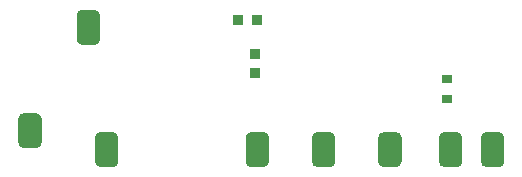
<source format=gbr>
G04 #@! TF.GenerationSoftware,KiCad,Pcbnew,(5.1.10-1-10_14)*
G04 #@! TF.CreationDate,2021-10-22T15:14:23-04:00*
G04 #@! TF.ProjectId,VGA2RT5X,56474132-5254-4355-982e-6b696361645f,1*
G04 #@! TF.SameCoordinates,Original*
G04 #@! TF.FileFunction,Paste,Top*
G04 #@! TF.FilePolarity,Positive*
%FSLAX46Y46*%
G04 Gerber Fmt 4.6, Leading zero omitted, Abs format (unit mm)*
G04 Created by KiCad (PCBNEW (5.1.10-1-10_14)) date 2021-10-22 15:14:23*
%MOMM*%
%LPD*%
G01*
G04 APERTURE LIST*
%ADD10R,0.930000X0.790000*%
%ADD11R,0.920000X0.970000*%
%ADD12R,0.970000X0.920000*%
G04 APERTURE END LIST*
D10*
X152060000Y-99860000D03*
X152060000Y-101500000D03*
D11*
X135955000Y-94830000D03*
X134405000Y-94830000D03*
D12*
X135850000Y-97750000D03*
X135850000Y-99300000D03*
G36*
G01*
X148245268Y-104817520D02*
X148245268Y-106817520D01*
G75*
G02*
X147745268Y-107317520I-500000J0D01*
G01*
X146745268Y-107317520D01*
G75*
G02*
X146245268Y-106817520I0J500000D01*
G01*
X146245268Y-104817520D01*
G75*
G02*
X146745268Y-104317520I500000J0D01*
G01*
X147745268Y-104317520D01*
G75*
G02*
X148245268Y-104817520I0J-500000D01*
G01*
G37*
G36*
G01*
X156945268Y-104817520D02*
X156945268Y-106817520D01*
G75*
G02*
X156445268Y-107317520I-500000J0D01*
G01*
X155445268Y-107317520D01*
G75*
G02*
X154945268Y-106817520I0J500000D01*
G01*
X154945268Y-104817520D01*
G75*
G02*
X155445268Y-104317520I500000J0D01*
G01*
X156445268Y-104317520D01*
G75*
G02*
X156945268Y-104817520I0J-500000D01*
G01*
G37*
G36*
G01*
X137025268Y-104817520D02*
X137025268Y-106817520D01*
G75*
G02*
X136525268Y-107317520I-500000J0D01*
G01*
X135525268Y-107317520D01*
G75*
G02*
X135025268Y-106817520I0J500000D01*
G01*
X135025268Y-104817520D01*
G75*
G02*
X135525268Y-104317520I500000J0D01*
G01*
X136525268Y-104317520D01*
G75*
G02*
X137025268Y-104817520I0J-500000D01*
G01*
G37*
G36*
G01*
X142635268Y-104817520D02*
X142635268Y-106817520D01*
G75*
G02*
X142135268Y-107317520I-500000J0D01*
G01*
X141135268Y-107317520D01*
G75*
G02*
X140635268Y-106817520I0J500000D01*
G01*
X140635268Y-104817520D01*
G75*
G02*
X141135268Y-104317520I500000J0D01*
G01*
X142135268Y-104317520D01*
G75*
G02*
X142635268Y-104817520I0J-500000D01*
G01*
G37*
G36*
G01*
X153385268Y-104817520D02*
X153385268Y-106817520D01*
G75*
G02*
X152885268Y-107317520I-500000J0D01*
G01*
X151885268Y-107317520D01*
G75*
G02*
X151385268Y-106817520I0J500000D01*
G01*
X151385268Y-104817520D01*
G75*
G02*
X151885268Y-104317520I500000J0D01*
G01*
X152885268Y-104317520D01*
G75*
G02*
X153385268Y-104817520I0J-500000D01*
G01*
G37*
G36*
G01*
X124265268Y-104817520D02*
X124265268Y-106817520D01*
G75*
G02*
X123765268Y-107317520I-500000J0D01*
G01*
X122765268Y-107317520D01*
G75*
G02*
X122265268Y-106817520I0J500000D01*
G01*
X122265268Y-104817520D01*
G75*
G02*
X122765268Y-104317520I500000J0D01*
G01*
X123765268Y-104317520D01*
G75*
G02*
X124265268Y-104817520I0J-500000D01*
G01*
G37*
G36*
G01*
X117775268Y-103217520D02*
X117775268Y-105217520D01*
G75*
G02*
X117275268Y-105717520I-500000J0D01*
G01*
X116275268Y-105717520D01*
G75*
G02*
X115775268Y-105217520I0J500000D01*
G01*
X115775268Y-103217520D01*
G75*
G02*
X116275268Y-102717520I500000J0D01*
G01*
X117275268Y-102717520D01*
G75*
G02*
X117775268Y-103217520I0J-500000D01*
G01*
G37*
G36*
G01*
X122715268Y-94467520D02*
X122715268Y-96467520D01*
G75*
G02*
X122215268Y-96967520I-500000J0D01*
G01*
X121215268Y-96967520D01*
G75*
G02*
X120715268Y-96467520I0J500000D01*
G01*
X120715268Y-94467520D01*
G75*
G02*
X121215268Y-93967520I500000J0D01*
G01*
X122215268Y-93967520D01*
G75*
G02*
X122715268Y-94467520I0J-500000D01*
G01*
G37*
M02*

</source>
